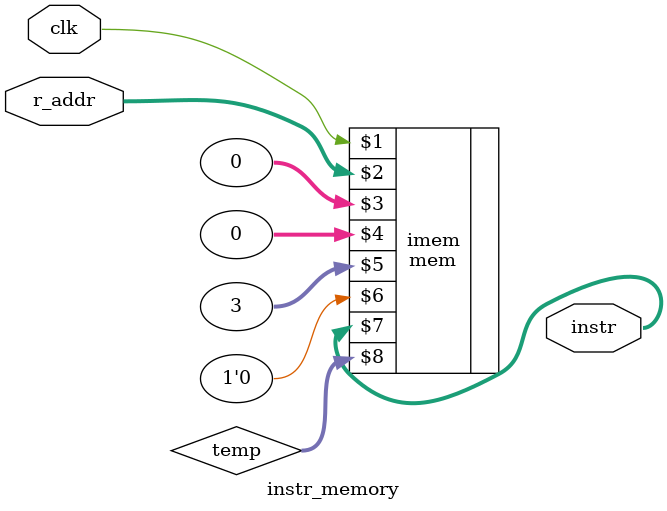
<source format=v>
`include "memory.v"

module instr_memory
#(
    parameter B = 8,
    parameter N = 32
)
(
    input wire clk,
    input wire [N-1 : 0] r_addr,
    output wire [4*B-1 : 0] instr
);

wire [4*B-1:0] temp;
mem #(.B(8), .N(32)) imem(clk, r_addr, 32'b0, 32'b0, 32'd3, 1'b0, instr, temp);

// always @* begin
// // $display($time, "\t read_a: %b instr: %b",r_addr, instr);
// end
endmodule
</source>
